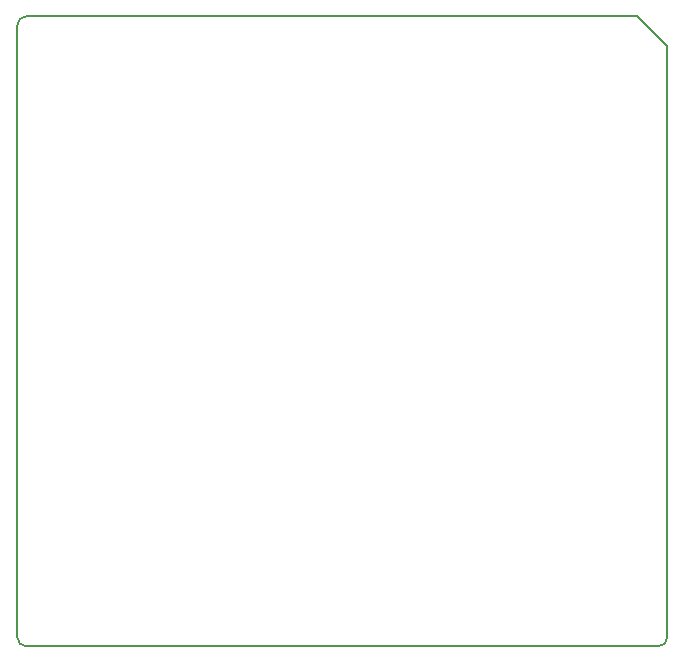
<source format=gbr>
%TF.GenerationSoftware,KiCad,Pcbnew,8.0.7*%
%TF.CreationDate,2025-04-27T16:12:27+01:00*%
%TF.ProjectId,ArduinoAtari,41726475-696e-46f4-9174-6172692e6b69,rev?*%
%TF.SameCoordinates,Original*%
%TF.FileFunction,Profile,NP*%
%FSLAX46Y46*%
G04 Gerber Fmt 4.6, Leading zero omitted, Abs format (unit mm)*
G04 Created by KiCad (PCBNEW 8.0.7) date 2025-04-27 16:12:27*
%MOMM*%
%LPD*%
G01*
G04 APERTURE LIST*
%TA.AperFunction,Profile*%
%ADD10C,0.150000*%
%TD*%
G04 APERTURE END LIST*
D10*
X111000000Y-99238000D02*
X111000000Y-47422000D01*
X165278000Y-100000000D02*
X111762000Y-100000000D01*
X111762000Y-46660000D02*
X163500000Y-46660000D01*
X111762000Y-100000000D02*
G75*
G02*
X111000000Y-99238000I0J762000D01*
G01*
X163500000Y-46660000D02*
X166040000Y-49200000D01*
X166040000Y-99238000D02*
G75*
G02*
X165278000Y-100000000I-762000J0D01*
G01*
X166040000Y-49200000D02*
X166040000Y-98730000D01*
X166040000Y-98730000D02*
X166040000Y-99238000D01*
X111000000Y-47422000D02*
G75*
G02*
X111762000Y-46660000I762000J0D01*
G01*
M02*

</source>
